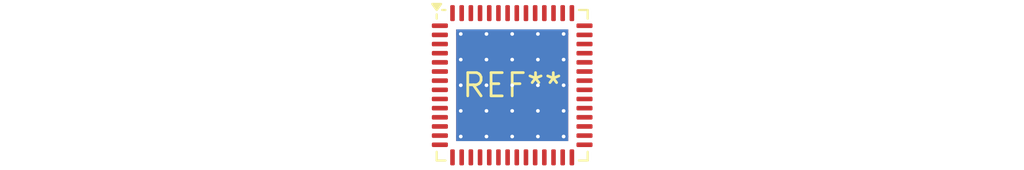
<source format=kicad_pcb>
(kicad_pcb (version 20240108) (generator pcbnew)
  (layers (0 "F.Cu" signal) (31 "B.Cu" signal) (34 "B.Paste" user) (35 "F.Paste" user) (36 "B.SilkS" user "B.Silkscreen") (37 "F.SilkS" user "F.Silkscreen") (38 "B.Mask" user) (39 "F.Mask" user) (44 "Edge.Cuts" user))
  (net 0 "")
  (footprint "QFN-56-1EP_8x8mm_P0.5mm_EP6.1x6.1mm_ThermalVias" (layer "F.Cu") (at 0 0)
    (property "Reference" "REF**")
    (property "Value" "QFN-56-1EP_8x8mm_P0.5mm_EP6.1x6.1mm_ThermalVias")
    (fp_line (start -4.11 -3.635) (end -4.11 -3.87) (layer "F.SilkS") (stroke (width 0.12)))
    (fp_line (start -4.11 4.11) (end -4.11 3.635) (layer "F.SilkS") (stroke (width 0.12)))
    (fp_line (start -3.635 -4.11) (end -3.81 -4.11) (layer "F.SilkS") (stroke (width 0.12)))
    (fp_line (start -3.635 4.11) (end -4.11 4.11) (layer "F.SilkS") (stroke (width 0.12)))
    (fp_line (start 3.635 -4.11) (end 4.11 -4.11) (layer "F.SilkS") (stroke (width 0.12)))
    (fp_line (start 3.635 4.11) (end 4.11 4.11) (layer "F.SilkS") (stroke (width 0.12)))
    (fp_line (start 4.11 -4.11) (end 4.11 -3.635) (layer "F.SilkS") (stroke (width 0.12)))
    (fp_line (start 4.11 4.11) (end 4.11 3.635) (layer "F.SilkS") (stroke (width 0.12)))
    (fp_poly (pts (xy -4.11 -4.11) (xy -4.35 -4.44) (xy -3.87 -4.44) (xy -4.11 -4.11)) (layer "F.SilkS") (stroke (width 0.12)) (fill solid))
    (pad "1" smd roundrect (at -3.9375 -3.25) (size 0.875 0.25) (layers "F.Cu" "F.Paste" "F.Mask"))
    (pad "2" smd roundrect (at -3.9375 -2.75) (size 0.875 0.25) (layers "F.Cu" "F.Paste" "F.Mask"))
    (pad "3" smd roundrect (at -3.9375 -2.25) (size 0.875 0.25) (layers "F.Cu" "F.Paste" "F.Mask"))
    (pad "4" smd roundrect (at -3.9375 -1.75) (size 0.875 0.25) (layers "F.Cu" "F.Paste" "F.Mask"))
    (pad "5" smd roundrect (at -3.9375 -1.25) (size 0.875 0.25) (layers "F.Cu" "F.Paste" "F.Mask"))
    (pad "6" smd roundrect (at -3.9375 -0.75) (size 0.875 0.25) (layers "F.Cu" "F.Paste" "F.Mask"))
    (pad "7" smd roundrect (at -3.9375 -0.25) (size 0.875 0.25) (layers "F.Cu" "F.Paste" "F.Mask"))
    (pad "8" smd roundrect (at -3.9375 0.25) (size 0.875 0.25) (layers "F.Cu" "F.Paste" "F.Mask"))
    (pad "9" smd roundrect (at -3.9375 0.75) (size 0.875 0.25) (layers "F.Cu" "F.Paste" "F.Mask"))
    (pad "10" smd roundrect (at -3.9375 1.25) (size 0.875 0.25) (layers "F.Cu" "F.Paste" "F.Mask"))
    (pad "11" smd roundrect (at -3.9375 1.75) (size 0.875 0.25) (layers "F.Cu" "F.Paste" "F.Mask"))
    (pad "12" smd roundrect (at -3.9375 2.25) (size 0.875 0.25) (layers "F.Cu" "F.Paste" "F.Mask"))
    (pad "13" smd roundrect (at -3.9375 2.75) (size 0.875 0.25) (layers "F.Cu" "F.Paste" "F.Mask"))
    (pad "14" smd roundrect (at -3.9375 3.25) (size 0.875 0.25) (layers "F.Cu" "F.Paste" "F.Mask"))
    (pad "15" smd roundrect (at -3.25 3.9375) (size 0.25 0.875) (layers "F.Cu" "F.Paste" "F.Mask"))
    (pad "16" smd roundrect (at -2.75 3.9375) (size 0.25 0.875) (layers "F.Cu" "F.Paste" "F.Mask"))
    (pad "17" smd roundrect (at -2.25 3.9375) (size 0.25 0.875) (layers "F.Cu" "F.Paste" "F.Mask"))
    (pad "18" smd roundrect (at -1.75 3.9375) (size 0.25 0.875) (layers "F.Cu" "F.Paste" "F.Mask"))
    (pad "19" smd roundrect (at -1.25 3.9375) (size 0.25 0.875) (layers "F.Cu" "F.Paste" "F.Mask"))
    (pad "20" smd roundrect (at -0.75 3.9375) (size 0.25 0.875) (layers "F.Cu" "F.Paste" "F.Mask"))
    (pad "21" smd roundrect (at -0.25 3.9375) (size 0.25 0.875) (layers "F.Cu" "F.Paste" "F.Mask"))
    (pad "22" smd roundrect (at 0.25 3.9375) (size 0.25 0.875) (layers "F.Cu" "F.Paste" "F.Mask"))
    (pad "23" smd roundrect (at 0.75 3.9375) (size 0.25 0.875) (layers "F.Cu" "F.Paste" "F.Mask"))
    (pad "24" smd roundrect (at 1.25 3.9375) (size 0.25 0.875) (layers "F.Cu" "F.Paste" "F.Mask"))
    (pad "25" smd roundrect (at 1.75 3.9375) (size 0.25 0.875) (layers "F.Cu" "F.Paste" "F.Mask"))
    (pad "26" smd roundrect (at 2.25 3.9375) (size 0.25 0.875) (layers "F.Cu" "F.Paste" "F.Mask"))
    (pad "27" smd roundrect (at 2.75 3.9375) (size 0.25 0.875) (layers "F.Cu" "F.Paste" "F.Mask"))
    (pad "28" smd roundrect (at 3.25 3.9375) (size 0.25 0.875) (layers "F.Cu" "F.Paste" "F.Mask"))
    (pad "29" smd roundrect (at 3.9375 3.25) (size 0.875 0.25) (layers "F.Cu" "F.Paste" "F.Mask"))
    (pad "30" smd roundrect (at 3.9375 2.75) (size 0.875 0.25) (layers "F.Cu" "F.Paste" "F.Mask"))
    (pad "31" smd roundrect (at 3.9375 2.25) (size 0.875 0.25) (layers "F.Cu" "F.Paste" "F.Mask"))
    (pad "32" smd roundrect (at 3.9375 1.75) (size 0.875 0.25) (layers "F.Cu" "F.Paste" "F.Mask"))
    (pad "33" smd roundrect (at 3.9375 1.25) (size 0.875 0.25) (layers "F.Cu" "F.Paste" "F.Mask"))
    (pad "34" smd roundrect (at 3.9375 0.75) (size 0.875 0.25) (layers "F.Cu" "F.Paste" "F.Mask"))
    (pad "35" smd roundrect (at 3.9375 0.25) (size 0.875 0.25) (layers "F.Cu" "F.Paste" "F.Mask"))
    (pad "36" smd roundrect (at 3.9375 -0.25) (size 0.875 0.25) (layers "F.Cu" "F.Paste" "F.Mask"))
    (pad "37" smd roundrect (at 3.9375 -0.75) (size 0.875 0.25) (layers "F.Cu" "F.Paste" "F.Mask"))
    (pad "38" smd roundrect (at 3.9375 -1.25) (size 0.875 0.25) (layers "F.Cu" "F.Paste" "F.Mask"))
    (pad "39" smd roundrect (at 3.9375 -1.75) (size 0.875 0.25) (layers "F.Cu" "F.Paste" "F.Mask"))
    (pad "40" smd roundrect (at 3.9375 -2.25) (size 0.875 0.25) (layers "F.Cu" "F.Paste" "F.Mask"))
    (pad "41" smd roundrect (at 3.9375 -2.75) (size 0.875 0.25) (layers "F.Cu" "F.Paste" "F.Mask"))
    (pad "42" smd roundrect (at 3.9375 -3.25) (size 0.875 0.25) (layers "F.Cu" "F.Paste" "F.Mask"))
    (pad "43" smd roundrect (at 3.25 -3.9375) (size 0.25 0.875) (layers "F.Cu" "F.Paste" "F.Mask"))
    (pad "44" smd roundrect (at 2.75 -3.9375) (size 0.25 0.875) (layers "F.Cu" "F.Paste" "F.Mask"))
    (pad "45" smd roundrect (at 2.25 -3.9375) (size 0.25 0.875) (layers "F.Cu" "F.Paste" "F.Mask"))
    (pad "46" smd roundrect (at 1.75 -3.9375) (size 0.25 0.875) (layers "F.Cu" "F.Paste" "F.Mask"))
    (pad "47" smd roundrect (at 1.25 -3.9375) (size 0.25 0.875) (layers "F.Cu" "F.Paste" "F.Mask"))
    (pad "48" smd roundrect (at 0.75 -3.9375) (size 0.25 0.875) (layers "F.Cu" "F.Paste" "F.Mask"))
    (pad "49" smd roundrect (at 0.25 -3.9375) (size 0.25 0.875) (layers "F.Cu" "F.Paste" "F.Mask"))
    (pad "50" smd roundrect (at -0.25 -3.9375) (size 0.25 0.875) (layers "F.Cu" "F.Paste" "F.Mask"))
    (pad "51" smd roundrect (at -0.75 -3.9375) (size 0.25 0.875) (layers "F.Cu" "F.Paste" "F.Mask"))
    (pad "52" smd roundrect (at -1.25 -3.9375) (size 0.25 0.875) (layers "F.Cu" "F.Paste" "F.Mask"))
    (pad "53" smd roundrect (at -1.75 -3.9375) (size 0.25 0.875) (layers "F.Cu" "F.Paste" "F.Mask"))
    (pad "54" smd roundrect (at -2.25 -3.9375) (size 0.25 0.875) (layers "F.Cu" "F.Paste" "F.Mask"))
    (pad "55" smd roundrect (at -2.75 -3.9375) (size 0.25 0.875) (layers "F.Cu" "F.Paste" "F.Mask"))
    (pad "56" smd roundrect (at -3.25 -3.9375) (size 0.25 0.875) (layers "F.Cu" "F.Paste" "F.Mask"))
    (pad "57" thru_hole circle (at -2.8 -2.8) (size 0.5 0.5) (drill 0.2) (property pad_prop_heatsink) (layers *.Cu) (remove_unused_layers))
    (pad "57" thru_hole circle (at -2.8 -1.4) (size 0.5 0.5) (drill 0.2) (property pad_prop_heatsink) (layers *.Cu) (remove_unused_layers))
    (pad "57" thru_hole circle (at -2.8 0) (size 0.5 0.5) (drill 0.2) (property pad_prop_heatsink) (layers *.Cu) (remove_unused_layers))
    (pad "57" thru_hole circle (at -2.8 1.4) (size 0.5 0.5) (drill 0.2) (property pad_prop_heatsink) (layers *.Cu) (remove_unused_layers))
    (pad "57" thru_hole circle (at -2.8 2.8) (size 0.5 0.5) (drill 0.2) (property pad_prop_heatsink) (layers *.Cu) (remove_unused_layers))
    (pad "57" thru_hole circle (at -1.4 -2.8) (size 0.5 0.5) (drill 0.2) (property pad_prop_heatsink) (layers *.Cu) (remove_unused_layers))
    (pad "57" thru_hole circle (at -1.4 -1.4) (size 0.5 0.5) (drill 0.2) (property pad_prop_heatsink) (layers *.Cu) (remove_unused_layers))
    (pad "57" thru_hole circle (at -1.4 0) (size 0.5 0.5) (drill 0.2) (property pad_prop_heatsink) (layers *.Cu) (remove_unused_layers))
    (pad "57" thru_hole circle (at -1.4 1.4) (size 0.5 0.5) (drill 0.2) (property pad_prop_heatsink) (layers *.Cu) (remove_unused_layers))
    (pad "57" thru_hole circle (at -1.4 2.8) (size 0.5 0.5) (drill 0.2) (property pad_prop_heatsink) (layers *.Cu) (remove_unused_layers))
    (pad "57" thru_hole circle (at 0 -2.8) (size 0.5 0.5) (drill 0.2) (property pad_prop_heatsink) (layers *.Cu) (remove_unused_layers))
    (pad "57" thru_hole circle (at 0 -1.4) (size 0.5 0.5) (drill 0.2) (property pad_prop_heatsink) (layers *.Cu) (remove_unused_layers))
    (pad "57" thru_hole circle (at 0 0) (size 0.5 0.5) (drill 0.2) (property pad_prop_heatsink) (layers *.Cu) (remove_unused_layers))
    (pad "57" smd rect (at 0 0) (size 6.1 6.1) (property pad_prop_heatsink) (layers "F.Cu" "F.Mask"))
    (pad "57" smd rect (at 0 0) (size 6.1 6.1) (property pad_prop_heatsink) (layers "B.Cu"))
    (pad "57" thru_hole circle (at 0 1.4) (size 0.5 0.5) (drill 0.2) (property pad_prop_heatsink) (layers *.Cu) (remove_unused_layers))
    (pad "57" thru_hole circle (at 0 2.8) (size 0.5 0.5) (drill 0.2) (property pad_prop_heatsink) (layers *.Cu) (remove_unused_layers))
    (pad "57" thru_hole circle (at 1.4 -2.8) (size 0.5 0.5) (drill 0.2) (property pad_prop_heatsink) (layers *.Cu) (remove_unused_layers))
    (pad "57" thru_hole circle (at 1.4 -1.4) (size 0.5 0.5) (drill 0.2) (property pad_prop_heatsink) (layers *.Cu) (remove_unused_layers))
    (pad "57" thru_hole circle (at 1.4 0) (size 0.5 0.5) (drill 0.2) (property pad_prop_heatsink) (layers *.Cu) (remove_unused_layers))
    (pad "57" thru_hole circle (at 1.4 1.4) (size 0.5 0.5) (drill 0.2) (property pad_prop_heatsink) (layers *.Cu) (remove_unused_layers))
    (pad "57" thru_hole circle (at 1.4 2.8) (size 0.5 0.5) (drill 0.2) (property pad_prop_heatsink) (layers *.Cu) (remove_unused_layers))
    (pad "57" thru_hole circle (at 2.8 -2.8) (size 0.5 0.5) (drill 0.2) (property pad_prop_heatsink) (layers *.Cu) (remove_unused_layers))
    (pad "57" thru_hole circle (at 2.8 -1.4) (size 0.5 0.5) (drill 0.2) (property pad_prop_heatsink) (layers *.Cu) (remove_unused_layers))
    (pad "57" thru_hole circle (at 2.8 0) (size 0.5 0.5) (drill 0.2) (property pad_prop_heatsink) (layers *.Cu) (remove_unused_layers))
    (pad "57" thru_hole circle (at 2.8 1.4) (size 0.5 0.5) (drill 0.2) (property pad_prop_heatsink) (layers *.Cu) (remove_unused_layers))
    (pad "57" thru_hole circle (at 2.8 2.8) (size 0.5 0.5) (drill 0.2) (property pad_prop_heatsink) (layers *.Cu) (remove_unused_layers))
  )
)
</source>
